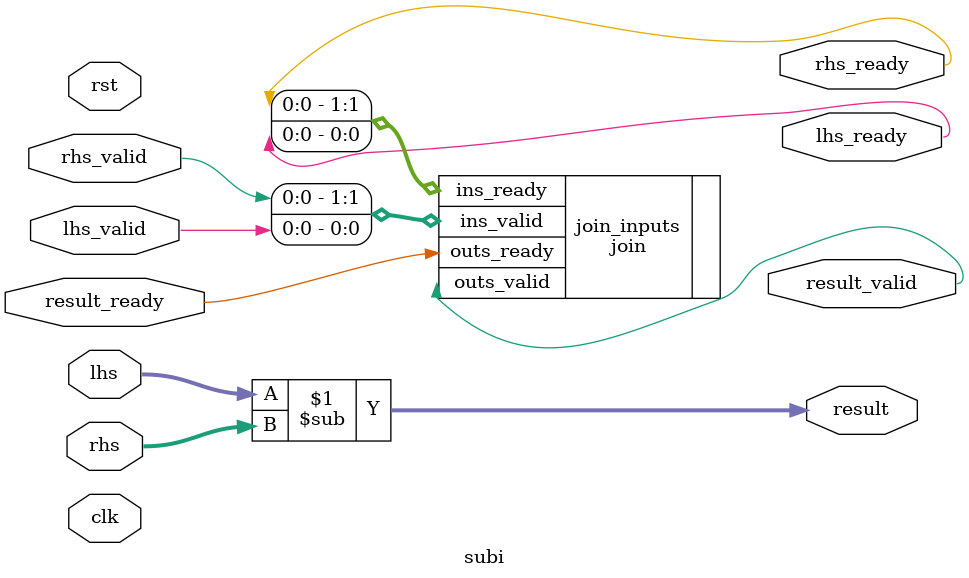
<source format=v>
module subi #(
  parameter BITWIDTH = 32
)(
  // inputs
  input  clk,
  input  rst,
  input  [BITWIDTH - 1 : 0] lhs,
  input  lhs_valid,
  input  [BITWIDTH - 1 : 0] rhs,
  input  rhs_valid,
  input  result_ready,
  // outputs
  output [BITWIDTH - 1 : 0] result,
  output result_valid,
  output lhs_ready,
  output rhs_ready
);

  // Instantiate the join node
  join #(
    .SIZE(2)
  ) join_inputs (
    .ins_valid  ({rhs_valid, lhs_valid}),
    .outs_ready (result_ready             ),
    .ins_ready  ({rhs_ready, lhs_ready}  ),
    .outs_valid (result_valid             )
  );

  assign result = lhs - rhs;

endmodule
</source>
